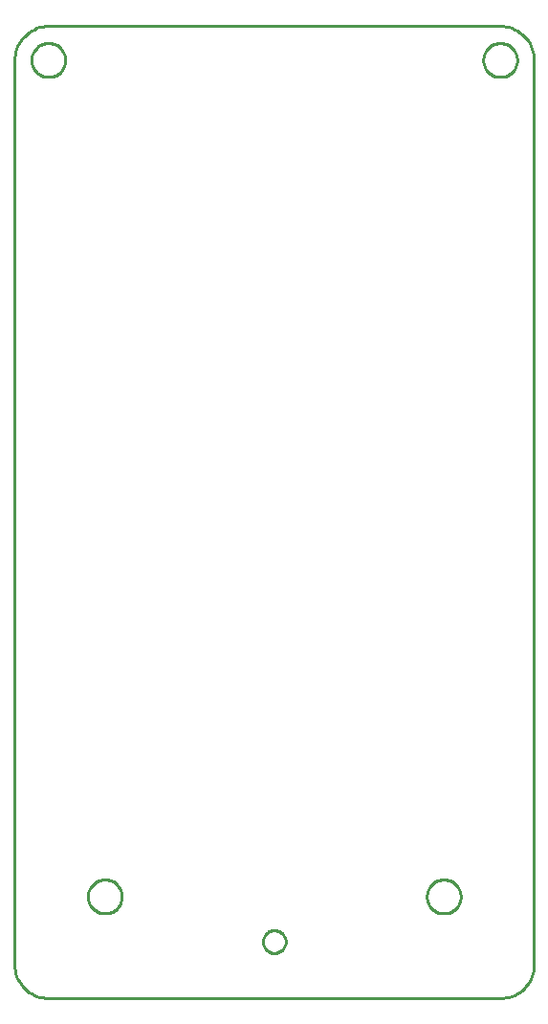
<source format=gbr>
G04 EAGLE Gerber RS-274X export*
G75*
%MOMM*%
%FSLAX34Y34*%
%LPD*%
%IN*%
%IPPOS*%
%AMOC8*
5,1,8,0,0,1.08239X$1,22.5*%
G01*
G04 Define Apertures*
%ADD10C,0.254000*%
D10*
X-230000Y200000D02*
X-229886Y197385D01*
X-229544Y194791D01*
X-228978Y192235D01*
X-228191Y189739D01*
X-227189Y187321D01*
X-225981Y185000D01*
X-224575Y182793D01*
X-222981Y180716D01*
X-221213Y178787D01*
X-219284Y177019D01*
X-217207Y175425D01*
X-215000Y174019D01*
X-212679Y172811D01*
X-210261Y171809D01*
X-207765Y171022D01*
X-205209Y170456D01*
X-202615Y170114D01*
X-200000Y170000D01*
X200000Y170000D01*
X202615Y170114D01*
X205209Y170456D01*
X207765Y171022D01*
X210261Y171809D01*
X212679Y172811D01*
X215000Y174019D01*
X217207Y175425D01*
X219284Y177019D01*
X221213Y178787D01*
X222981Y180716D01*
X224575Y182793D01*
X225981Y185000D01*
X227189Y187321D01*
X228191Y189739D01*
X228978Y192235D01*
X229544Y194791D01*
X229886Y197385D01*
X230000Y200000D01*
X230000Y1000000D01*
X229886Y1002615D01*
X229544Y1005209D01*
X228978Y1007765D01*
X228191Y1010261D01*
X227189Y1012679D01*
X225981Y1015000D01*
X224575Y1017207D01*
X222981Y1019284D01*
X221213Y1021213D01*
X219284Y1022981D01*
X217207Y1024575D01*
X215000Y1025981D01*
X212679Y1027189D01*
X210261Y1028191D01*
X207765Y1028978D01*
X205209Y1029544D01*
X202615Y1029886D01*
X200000Y1030000D01*
X-200000Y1030000D01*
X-202615Y1029886D01*
X-205209Y1029544D01*
X-207765Y1028978D01*
X-210261Y1028191D01*
X-212679Y1027189D01*
X-215000Y1025981D01*
X-217207Y1024575D01*
X-219284Y1022981D01*
X-221213Y1021213D01*
X-222981Y1019284D01*
X-224575Y1017207D01*
X-225981Y1015000D01*
X-227189Y1012679D01*
X-228191Y1010261D01*
X-228978Y1007765D01*
X-229544Y1005209D01*
X-229886Y1002615D01*
X-230000Y1000000D01*
X-230000Y200000D01*
X215000Y999464D02*
X215000Y1000536D01*
X214924Y1001604D01*
X214771Y1002665D01*
X214543Y1003712D01*
X214241Y1004740D01*
X213867Y1005744D01*
X213422Y1006719D01*
X212908Y1007659D01*
X212329Y1008560D01*
X211687Y1009418D01*
X210985Y1010228D01*
X210228Y1010985D01*
X209418Y1011687D01*
X208560Y1012329D01*
X207659Y1012908D01*
X206719Y1013422D01*
X205744Y1013867D01*
X204740Y1014241D01*
X203712Y1014543D01*
X202665Y1014771D01*
X201604Y1014924D01*
X200536Y1015000D01*
X199464Y1015000D01*
X198396Y1014924D01*
X197335Y1014771D01*
X196288Y1014543D01*
X195260Y1014241D01*
X194256Y1013867D01*
X193281Y1013422D01*
X192341Y1012908D01*
X191440Y1012329D01*
X190582Y1011687D01*
X189772Y1010985D01*
X189015Y1010228D01*
X188313Y1009418D01*
X187671Y1008560D01*
X187092Y1007659D01*
X186578Y1006719D01*
X186133Y1005744D01*
X185759Y1004740D01*
X185457Y1003712D01*
X185229Y1002665D01*
X185076Y1001604D01*
X185000Y1000536D01*
X185000Y999464D01*
X185076Y998396D01*
X185229Y997335D01*
X185457Y996288D01*
X185759Y995260D01*
X186133Y994256D01*
X186578Y993281D01*
X187092Y992341D01*
X187671Y991440D01*
X188313Y990582D01*
X189015Y989772D01*
X189772Y989015D01*
X190582Y988313D01*
X191440Y987671D01*
X192341Y987092D01*
X193281Y986578D01*
X194256Y986133D01*
X195260Y985759D01*
X196288Y985457D01*
X197335Y985229D01*
X198396Y985076D01*
X199464Y985000D01*
X200536Y985000D01*
X201604Y985076D01*
X202665Y985229D01*
X203712Y985457D01*
X204740Y985759D01*
X205744Y986133D01*
X206719Y986578D01*
X207659Y987092D01*
X208560Y987671D01*
X209418Y988313D01*
X210228Y989015D01*
X210985Y989772D01*
X211687Y990582D01*
X212329Y991440D01*
X212908Y992341D01*
X213422Y993281D01*
X213867Y994256D01*
X214241Y995260D01*
X214543Y996288D01*
X214771Y997335D01*
X214924Y998396D01*
X215000Y999464D01*
X165000Y259464D02*
X165000Y260536D01*
X164924Y261604D01*
X164771Y262665D01*
X164543Y263712D01*
X164241Y264740D01*
X163867Y265744D01*
X163422Y266719D01*
X162908Y267659D01*
X162329Y268560D01*
X161687Y269418D01*
X160985Y270228D01*
X160228Y270985D01*
X159418Y271687D01*
X158560Y272329D01*
X157659Y272908D01*
X156719Y273422D01*
X155744Y273867D01*
X154740Y274241D01*
X153712Y274543D01*
X152665Y274771D01*
X151604Y274924D01*
X150536Y275000D01*
X149464Y275000D01*
X148396Y274924D01*
X147335Y274771D01*
X146288Y274543D01*
X145260Y274241D01*
X144256Y273867D01*
X143281Y273422D01*
X142341Y272908D01*
X141440Y272329D01*
X140582Y271687D01*
X139772Y270985D01*
X139015Y270228D01*
X138313Y269418D01*
X137671Y268560D01*
X137092Y267659D01*
X136578Y266719D01*
X136133Y265744D01*
X135759Y264740D01*
X135457Y263712D01*
X135229Y262665D01*
X135076Y261604D01*
X135000Y260536D01*
X135000Y259464D01*
X135076Y258396D01*
X135229Y257335D01*
X135457Y256288D01*
X135759Y255260D01*
X136133Y254256D01*
X136578Y253281D01*
X137092Y252341D01*
X137671Y251440D01*
X138313Y250582D01*
X139015Y249772D01*
X139772Y249015D01*
X140582Y248313D01*
X141440Y247671D01*
X142341Y247092D01*
X143281Y246578D01*
X144256Y246133D01*
X145260Y245759D01*
X146288Y245457D01*
X147335Y245229D01*
X148396Y245076D01*
X149464Y245000D01*
X150536Y245000D01*
X151604Y245076D01*
X152665Y245229D01*
X153712Y245457D01*
X154740Y245759D01*
X155744Y246133D01*
X156719Y246578D01*
X157659Y247092D01*
X158560Y247671D01*
X159418Y248313D01*
X160228Y249015D01*
X160985Y249772D01*
X161687Y250582D01*
X162329Y251440D01*
X162908Y252341D01*
X163422Y253281D01*
X163867Y254256D01*
X164241Y255260D01*
X164543Y256288D01*
X164771Y257335D01*
X164924Y258396D01*
X165000Y259464D01*
X-135000Y259464D02*
X-135000Y260536D01*
X-135076Y261604D01*
X-135229Y262665D01*
X-135457Y263712D01*
X-135759Y264740D01*
X-136133Y265744D01*
X-136578Y266719D01*
X-137092Y267659D01*
X-137671Y268560D01*
X-138313Y269418D01*
X-139015Y270228D01*
X-139772Y270985D01*
X-140582Y271687D01*
X-141440Y272329D01*
X-142341Y272908D01*
X-143281Y273422D01*
X-144256Y273867D01*
X-145260Y274241D01*
X-146288Y274543D01*
X-147335Y274771D01*
X-148396Y274924D01*
X-149464Y275000D01*
X-150536Y275000D01*
X-151604Y274924D01*
X-152665Y274771D01*
X-153712Y274543D01*
X-154740Y274241D01*
X-155744Y273867D01*
X-156719Y273422D01*
X-157659Y272908D01*
X-158560Y272329D01*
X-159418Y271687D01*
X-160228Y270985D01*
X-160985Y270228D01*
X-161687Y269418D01*
X-162329Y268560D01*
X-162908Y267659D01*
X-163422Y266719D01*
X-163867Y265744D01*
X-164241Y264740D01*
X-164543Y263712D01*
X-164771Y262665D01*
X-164924Y261604D01*
X-165000Y260536D01*
X-165000Y259464D01*
X-164924Y258396D01*
X-164771Y257335D01*
X-164543Y256288D01*
X-164241Y255260D01*
X-163867Y254256D01*
X-163422Y253281D01*
X-162908Y252341D01*
X-162329Y251440D01*
X-161687Y250582D01*
X-160985Y249772D01*
X-160228Y249015D01*
X-159418Y248313D01*
X-158560Y247671D01*
X-157659Y247092D01*
X-156719Y246578D01*
X-155744Y246133D01*
X-154740Y245759D01*
X-153712Y245457D01*
X-152665Y245229D01*
X-151604Y245076D01*
X-150536Y245000D01*
X-149464Y245000D01*
X-148396Y245076D01*
X-147335Y245229D01*
X-146288Y245457D01*
X-145260Y245759D01*
X-144256Y246133D01*
X-143281Y246578D01*
X-142341Y247092D01*
X-141440Y247671D01*
X-140582Y248313D01*
X-139772Y249015D01*
X-139015Y249772D01*
X-138313Y250582D01*
X-137671Y251440D01*
X-137092Y252341D01*
X-136578Y253281D01*
X-136133Y254256D01*
X-135759Y255260D01*
X-135457Y256288D01*
X-135229Y257335D01*
X-135076Y258396D01*
X-135000Y259464D01*
X10000Y219563D02*
X10000Y220437D01*
X9924Y221307D01*
X9772Y222166D01*
X9546Y223010D01*
X9248Y223830D01*
X8879Y224622D01*
X8442Y225378D01*
X7941Y226093D01*
X7380Y226762D01*
X6762Y227380D01*
X6093Y227941D01*
X5378Y228442D01*
X4622Y228879D01*
X3830Y229248D01*
X3010Y229546D01*
X2166Y229772D01*
X1307Y229924D01*
X437Y230000D01*
X-437Y230000D01*
X-1307Y229924D01*
X-2166Y229772D01*
X-3010Y229546D01*
X-3830Y229248D01*
X-4622Y228879D01*
X-5378Y228442D01*
X-6093Y227941D01*
X-6762Y227380D01*
X-7380Y226762D01*
X-7941Y226093D01*
X-8442Y225378D01*
X-8879Y224622D01*
X-9248Y223830D01*
X-9546Y223010D01*
X-9772Y222166D01*
X-9924Y221307D01*
X-10000Y220437D01*
X-10000Y219563D01*
X-9924Y218694D01*
X-9772Y217834D01*
X-9546Y216990D01*
X-9248Y216170D01*
X-8879Y215378D01*
X-8442Y214622D01*
X-7941Y213907D01*
X-7380Y213238D01*
X-6762Y212620D01*
X-6093Y212059D01*
X-5378Y211558D01*
X-4622Y211121D01*
X-3830Y210752D01*
X-3010Y210454D01*
X-2166Y210228D01*
X-1307Y210076D01*
X-437Y210000D01*
X437Y210000D01*
X1307Y210076D01*
X2166Y210228D01*
X3010Y210454D01*
X3830Y210752D01*
X4622Y211121D01*
X5378Y211558D01*
X6093Y212059D01*
X6762Y212620D01*
X7380Y213238D01*
X7941Y213907D01*
X8442Y214622D01*
X8879Y215378D01*
X9248Y216170D01*
X9546Y216990D01*
X9772Y217834D01*
X9924Y218694D01*
X10000Y219563D01*
X-185000Y999464D02*
X-185000Y1000536D01*
X-185076Y1001604D01*
X-185229Y1002665D01*
X-185457Y1003712D01*
X-185759Y1004740D01*
X-186133Y1005744D01*
X-186578Y1006719D01*
X-187092Y1007659D01*
X-187671Y1008560D01*
X-188313Y1009418D01*
X-189015Y1010228D01*
X-189772Y1010985D01*
X-190582Y1011687D01*
X-191440Y1012329D01*
X-192341Y1012908D01*
X-193281Y1013422D01*
X-194256Y1013867D01*
X-195260Y1014241D01*
X-196288Y1014543D01*
X-197335Y1014771D01*
X-198396Y1014924D01*
X-199464Y1015000D01*
X-200536Y1015000D01*
X-201604Y1014924D01*
X-202665Y1014771D01*
X-203712Y1014543D01*
X-204740Y1014241D01*
X-205744Y1013867D01*
X-206719Y1013422D01*
X-207659Y1012908D01*
X-208560Y1012329D01*
X-209418Y1011687D01*
X-210228Y1010985D01*
X-210985Y1010228D01*
X-211687Y1009418D01*
X-212329Y1008560D01*
X-212908Y1007659D01*
X-213422Y1006719D01*
X-213867Y1005744D01*
X-214241Y1004740D01*
X-214543Y1003712D01*
X-214771Y1002665D01*
X-214924Y1001604D01*
X-215000Y1000536D01*
X-215000Y999464D01*
X-214924Y998396D01*
X-214771Y997335D01*
X-214543Y996288D01*
X-214241Y995260D01*
X-213867Y994256D01*
X-213422Y993281D01*
X-212908Y992341D01*
X-212329Y991440D01*
X-211687Y990582D01*
X-210985Y989772D01*
X-210228Y989015D01*
X-209418Y988313D01*
X-208560Y987671D01*
X-207659Y987092D01*
X-206719Y986578D01*
X-205744Y986133D01*
X-204740Y985759D01*
X-203712Y985457D01*
X-202665Y985229D01*
X-201604Y985076D01*
X-200536Y985000D01*
X-199464Y985000D01*
X-198396Y985076D01*
X-197335Y985229D01*
X-196288Y985457D01*
X-195260Y985759D01*
X-194256Y986133D01*
X-193281Y986578D01*
X-192341Y987092D01*
X-191440Y987671D01*
X-190582Y988313D01*
X-189772Y989015D01*
X-189015Y989772D01*
X-188313Y990582D01*
X-187671Y991440D01*
X-187092Y992341D01*
X-186578Y993281D01*
X-186133Y994256D01*
X-185759Y995260D01*
X-185457Y996288D01*
X-185229Y997335D01*
X-185076Y998396D01*
X-185000Y999464D01*
M02*

</source>
